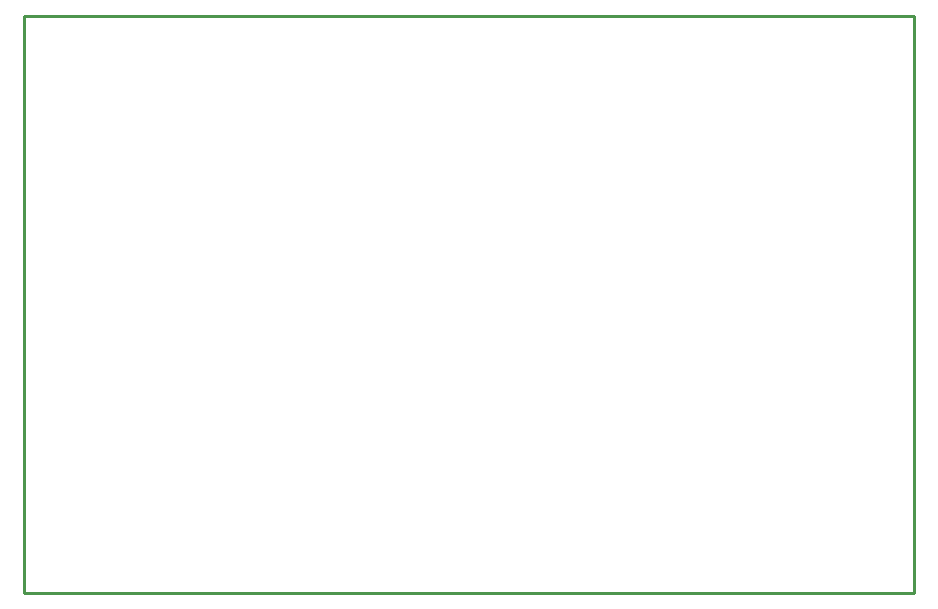
<source format=gko>
G04 This is an RS-274x file exported by *
G04 gerbv version 2.9.7-dev~917f62 *
G04 More information is available about gerbv at *
G04 https://gerbv.github.io/ *
G04 --End of header info--*
%MOIN*%
%FSLAX36Y36*%
%IPPOS*%
%IN "test6.pcb"*%
G04 --Define apertures--*
%ADD10C,0.0010*%
%ADD11C,0.0100*%
G04 --Start main section--*
G54D11*
G01X18489600Y20790800D02*
G01X21456670Y20790800D01*
G01X21456670Y20790800D02*
G01X21456670Y18866480D01*
G01X21456670Y18866480D02*
G01X18489600Y18866480D01*
G01X18489600Y18866480D02*
G01X18489600Y20790800D01*
M02*

</source>
